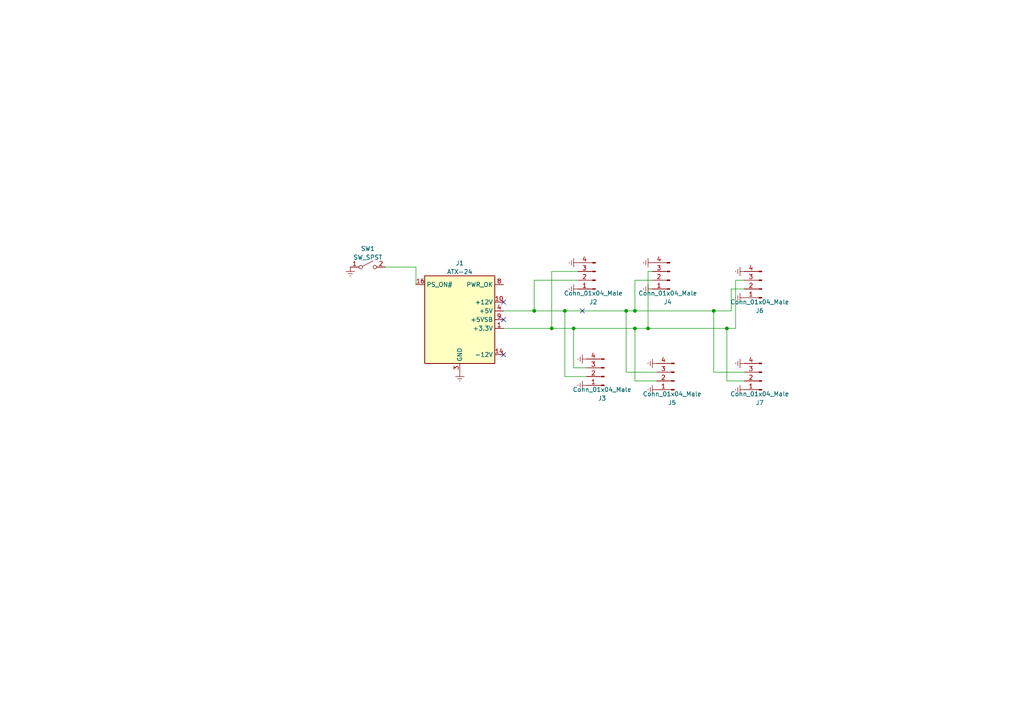
<source format=kicad_sch>
(kicad_sch (version 20211123) (generator eeschema)
  (paper "A4")
  (lib_symbols
    (symbol "Connector:ATX-24"
      (property "Reference" "J" (at -8.89 13.97 0))
      (property "Value" "ATX-24" (at 6.35 13.97 0))
      (symbol "ATX-24_0_1"
        (rectangle (start -10.16 12.7) (end 10.16 -12.7) (stroke (width 0.254)) (fill (type background)))
      )
      (symbol "ATX-24_1_1"
        (pin power_out line (at 12.7 -2.54 180) (length 2.54) (name "+3.3V") (number "1"))
        (pin power_out line (at 12.7 5.08 180) (length 2.54) (name "+12V") (number "10"))
        (pin passive line (at 12.7 5.08 180) (length 2.54) hide (name "+12V") (number "11"))
        (pin passive line (at 12.7 -2.54 180) (length 2.54) hide (name "+3.3V") (number "12"))
        (pin passive line (at 12.7 -2.54 180) (length 2.54) hide (name "+3.3V") (number "13"))
        (pin power_out line (at 12.7 -10.16 180) (length 2.54) (name "-12V") (number "14"))
        (pin passive line (at 0 -15.24 90) (length 2.54) hide (name "GND") (number "15"))
        (pin open_collector line (at -12.7 10.16 0) (length 2.54) (name "PS_ON#") (number "16"))
        (pin passive line (at 0 -15.24 90) (length 2.54) hide (name "GND") (number "17"))
        (pin passive line (at 0 -15.24 90) (length 2.54) hide (name "GND") (number "18"))
        (pin passive line (at 0 -15.24 90) (length 2.54) hide (name "GND") (number "19"))
        (pin passive line (at 12.7 -2.54 180) (length 2.54) hide (name "+3.3V") (number "2"))
        (pin no_connect line (at -10.16 0 0) (length 2.54) hide (name "NC") (number "20"))
        (pin passive line (at 12.7 2.54 180) (length 2.54) hide (name "+5V") (number "21"))
        (pin passive line (at 12.7 2.54 180) (length 2.54) hide (name "+5V") (number "22"))
        (pin passive line (at 12.7 2.54 180) (length 2.54) hide (name "+5V") (number "23"))
        (pin passive line (at 0 -15.24 90) (length 2.54) hide (name "GND") (number "24"))
        (pin power_out line (at 0 -15.24 90) (length 2.54) (name "GND") (number "3"))
        (pin power_out line (at 12.7 2.54 180) (length 2.54) (name "+5V") (number "4"))
        (pin passive line (at 0 -15.24 90) (length 2.54) hide (name "GND") (number "5"))
        (pin passive line (at 12.7 2.54 180) (length 2.54) hide (name "+5V") (number "6"))
        (pin passive line (at 0 -15.24 90) (length 2.54) hide (name "GND") (number "7"))
        (pin output line (at 12.7 10.16 180) (length 2.54) (name "PWR_OK") (number "8"))
        (pin power_out line (at 12.7 0 180) (length 2.54) (name "+5VSB") (number "9"))
      )
    )
    (symbol "Connector:Conn_01x04_Male" (pin_names (offset 1.016) hide)
      (property "Reference" "J" (at 0 5.08 0))
      (property "Value" "Conn_01x04_Male" (at 0 -7.62 0))
      (symbol "Conn_01x04_Male_1_1"
        (polyline (pts (xy 1.27 -5.08) (xy 0.8636 -5.08)) (stroke (width 0.1524)))
        (polyline (pts (xy 1.27 -2.54) (xy 0.8636 -2.54)) (stroke (width 0.1524)))
        (polyline (pts (xy 1.27 0) (xy 0.8636 0)) (stroke (width 0.1524)))
        (polyline (pts (xy 1.27 2.54) (xy 0.8636 2.54)) (stroke (width 0.1524)))
        (rectangle (start 0.8636 -4.953) (end 0 -5.207) (stroke (width 0.1524)) (fill (type outline)))
        (rectangle (start 0.8636 -2.413) (end 0 -2.667) (stroke (width 0.1524)) (fill (type outline)))
        (rectangle (start 0.8636 0.127) (end 0 -0.127) (stroke (width 0.1524)) (fill (type outline)))
        (rectangle (start 0.8636 2.667) (end 0 2.413) (stroke (width 0.1524)) (fill (type outline)))
        (pin passive line (at 5.08 2.54 180) (length 3.81) (name "Pin_1") (number "1"))
        (pin passive line (at 5.08 0 180) (length 3.81) (name "Pin_2") (number "2"))
        (pin passive line (at 5.08 -2.54 180) (length 3.81) (name "Pin_3") (number "3"))
        (pin passive line (at 5.08 -5.08 180) (length 3.81) (name "Pin_4") (number "4"))
      )
    )
    (symbol "Switch:SW_SPST" (pin_names (offset 0) hide)
      (property "Reference" "SW" (at 0 3.175 0))
      (property "Value" "SW_SPST" (at 0 -2.54 0))
      (symbol "SW_SPST_0_0"
        (circle (center -2.032 0) (radius 0.508))
        (polyline (pts (xy -1.524 0.254) (xy 1.524 1.778)))
        (circle (center 2.032 0) (radius 0.508))
      )
      (symbol "SW_SPST_1_1"
        (pin passive line (at -5.08 0 0) (length 2.54) (name "A") (number "1"))
        (pin passive line (at 5.08 0 180) (length 2.54) (name "B") (number "2"))
      )
    )
    (symbol "power:Earth" (power) (pin_names (offset 0))
      (symbol "Earth_0_1"
        (polyline (pts (xy -0.635 -1.905) (xy 0.635 -1.905)))
        (polyline (pts (xy -0.127 -2.54) (xy 0.127 -2.54)))
        (polyline (pts (xy 0 -1.27) (xy 0 0)))
        (polyline (pts (xy 1.27 -1.27) (xy -1.27 -1.27)))
      )
      (symbol "Earth_1_1"
        (pin power_in line (at 0 0 270) (length 0) hide (name "Earth") (number "1"))
      )
    )
  )
  (junction (at 181.61 90.17))
  (junction (at 166.37 95.25))
  (junction (at 210.82 95.25))
  (junction (at 184.15 90.17))
  (junction (at 187.96 95.25))
  (junction (at 163.83 90.17))
  (junction (at 160.02 95.25))
  (junction (at 184.15 95.25))
  (junction (at 207.01 90.17))
  (junction (at 154.94 90.17))
  (no_connect (at 146.05 87.63))
  (no_connect (at 168.91 90.17))
  (no_connect (at 146.05 92.71))
  (no_connect (at 146.05 102.87))
  (wire (pts (xy 189.23 81.28) (xy 184.15 81.28)))
  (wire (pts (xy 154.94 81.28) (xy 167.64 81.28)))
  (wire (pts (xy 213.36 95.25) (xy 213.36 81.28)))
  (wire (pts (xy 111.76 77.47) (xy 120.65 77.47)))
  (wire (pts (xy 163.83 109.22) (xy 170.18 109.22)))
  (wire (pts (xy 181.61 90.17) (xy 181.61 107.95)))
  (wire (pts (xy 184.15 95.25) (xy 187.96 95.25)))
  (wire (pts (xy 207.01 107.95) (xy 215.9 107.95)))
  (wire (pts (xy 146.05 90.17) (xy 154.94 90.17)))
  (wire (pts (xy 184.15 90.17) (xy 207.01 90.17)))
  (wire (pts (xy 163.83 90.17) (xy 181.61 90.17)))
  (wire (pts (xy 212.09 90.17) (xy 212.09 83.82)))
  (wire (pts (xy 181.61 90.17) (xy 184.15 90.17)))
  (wire (pts (xy 207.01 90.17) (xy 207.01 107.95)))
  (wire (pts (xy 213.36 81.28) (xy 215.9 81.28)))
  (wire (pts (xy 187.96 78.74) (xy 187.96 95.25)))
  (wire (pts (xy 166.37 106.68) (xy 170.18 106.68)))
  (wire (pts (xy 160.02 95.25) (xy 160.02 78.74)))
  (wire (pts (xy 120.65 77.47) (xy 120.65 82.55)))
  (wire (pts (xy 166.37 95.25) (xy 166.37 106.68)))
  (wire (pts (xy 210.82 110.49) (xy 215.9 110.49)))
  (wire (pts (xy 184.15 110.49) (xy 190.5 110.49)))
  (wire (pts (xy 187.96 95.25) (xy 210.82 95.25)))
  (wire (pts (xy 210.82 95.25) (xy 210.82 110.49)))
  (wire (pts (xy 207.01 90.17) (xy 212.09 90.17)))
  (wire (pts (xy 163.83 90.17) (xy 163.83 109.22)))
  (wire (pts (xy 184.15 81.28) (xy 184.15 90.17)))
  (wire (pts (xy 154.94 90.17) (xy 163.83 90.17)))
  (wire (pts (xy 181.61 107.95) (xy 190.5 107.95)))
  (wire (pts (xy 166.37 95.25) (xy 184.15 95.25)))
  (wire (pts (xy 210.82 95.25) (xy 213.36 95.25)))
  (wire (pts (xy 184.15 95.25) (xy 184.15 110.49)))
  (wire (pts (xy 146.05 95.25) (xy 160.02 95.25)))
  (wire (pts (xy 212.09 83.82) (xy 215.9 83.82)))
  (wire (pts (xy 160.02 78.74) (xy 167.64 78.74)))
  (wire (pts (xy 154.94 90.17) (xy 154.94 81.28)))
  (wire (pts (xy 160.02 95.25) (xy 166.37 95.25)))
  (wire (pts (xy 189.23 78.74) (xy 187.96 78.74)))
  (symbol (lib_id "power:Earth") (at 189.23 83.82 270) (unit 1)
    (property "Reference" "#PWR08" (effects hide))
    (property "Value" "Earth" (effects hide))
  )
  (symbol (lib_id "Connector:Conn_01x04_Male") (at 220.98 110.49 180) (unit 1)
    (property "Reference" "J7" (at 220.345 116.806 0))
    (property "Value" "Conn_01x04_Male" (at 220.345 114.2691 0))
  )
  (symbol (lib_id "Switch:SW_SPST") (at 106.68 77.47 0) (unit 1)
    (property "Reference" "SW1" (at 106.68 72.1192 0))
    (property "Value" "SW_SPST" (at 106.68 74.6561 0))
  )
  (symbol (lib_id "Connector:ATX-24") (at 133.35 92.71 0) (unit 1)
    (property "Reference" "J1" (at 133.35 76.3102 0))
    (property "Value" "ATX-24" (at 133.35 78.8471 0))
    (property "Datasheet" "https://www.intel.com/content/dam/www/public/us/en/documents/guides/power-supply-design-guide-june.pdf#page=33" (effects hide))
  )
  (symbol (lib_id "power:Earth") (at 170.18 111.76 270) (unit 1)
    (property "Reference" "#PWR06" (effects hide))
    (property "Value" "Earth" (effects hide))
  )
  (symbol (lib_id "power:Earth") (at 189.23 76.2 270) (unit 1)
    (property "Reference" "#PWR07" (effects hide))
    (property "Value" "Earth" (effects hide))
  )
  (symbol (lib_id "power:Earth") (at 190.5 105.41 270) (unit 1)
    (property "Reference" "#PWR09" (effects hide))
    (property "Value" "Earth" (effects hide))
  )
  (symbol (lib_id "power:Earth") (at 215.9 86.36 270) (unit 1)
    (property "Reference" "#PWR012" (effects hide))
    (property "Value" "Earth" (effects hide))
  )
  (symbol (lib_id "Connector:Conn_01x04_Male") (at 175.26 109.22 180) (unit 1)
    (property "Reference" "J3" (at 174.625 115.536 0))
    (property "Value" "Conn_01x04_Male" (at 174.625 112.9991 0))
  )
  (symbol (lib_id "power:Earth") (at 170.18 104.14 270) (unit 1)
    (property "Reference" "#PWR05" (effects hide))
    (property "Value" "Earth" (effects hide))
  )
  (symbol (lib_id "power:Earth") (at 190.5 113.03 270) (unit 1)
    (property "Reference" "#PWR010" (effects hide))
    (property "Value" "Earth" (effects hide))
  )
  (symbol (lib_id "power:Earth") (at 215.9 113.03 270) (unit 1)
    (property "Reference" "#PWR014" (effects hide))
    (property "Value" "Earth" (effects hide))
  )
  (symbol (lib_id "Connector:Conn_01x04_Male") (at 172.72 81.28 180) (unit 1)
    (property "Reference" "J2" (at 172.085 87.596 0))
    (property "Value" "Conn_01x04_Male" (at 172.085 85.0591 0))
  )
  (symbol (lib_id "Connector:Conn_01x04_Male") (at 195.58 110.49 180) (unit 1)
    (property "Reference" "J5" (at 194.945 116.806 0))
    (property "Value" "Conn_01x04_Male" (at 194.945 114.2691 0))
  )
  (symbol (lib_id "power:Earth") (at 167.64 76.2 270) (unit 1)
    (property "Reference" "#PWR03" (effects hide))
    (property "Value" "Earth" (effects hide))
  )
  (symbol (lib_id "Connector:Conn_01x04_Male") (at 220.98 83.82 180) (unit 1)
    (property "Reference" "J6" (at 220.345 90.136 0))
    (property "Value" "Conn_01x04_Male" (at 220.345 87.5991 0))
  )
  (symbol (lib_id "power:Earth") (at 133.35 107.95 0) (unit 1)
    (property "Reference" "#PWR02" (effects hide))
    (property "Value" "Earth" (effects hide))
  )
  (symbol (lib_id "power:Earth") (at 101.6 77.47 0) (unit 1)
    (property "Reference" "#PWR01" (effects hide))
    (property "Value" "Earth" (effects hide))
  )
  (symbol (lib_id "power:Earth") (at 215.9 78.74 270) (unit 1)
    (property "Reference" "#PWR011" (effects hide))
    (property "Value" "Earth" (effects hide))
  )
  (symbol (lib_id "power:Earth") (at 167.64 83.82 270) (unit 1)
    (property "Reference" "#PWR04" (effects hide))
    (property "Value" "Earth" (effects hide))
  )
  (symbol (lib_id "Connector:Conn_01x04_Male") (at 194.31 81.28 180) (unit 1)
    (property "Reference" "J4" (at 193.675 87.596 0))
    (property "Value" "Conn_01x04_Male" (at 193.675 85.0591 0))
  )
  (symbol (lib_id "power:Earth") (at 215.9 105.41 270) (unit 1)
    (property "Reference" "#PWR013" (effects hide))
    (property "Value" "Earth" (effects hide))
  )
)
</source>
